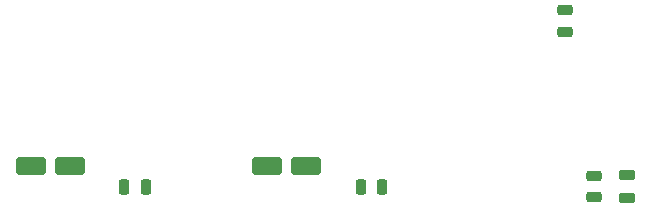
<source format=gbr>
%TF.GenerationSoftware,KiCad,Pcbnew,9.0.3*%
%TF.CreationDate,2025-08-21T10:37:57+02:00*%
%TF.ProjectId,RP2040_DSP,52503230-3430-45f4-9453-502e6b696361,V1.1*%
%TF.SameCoordinates,Original*%
%TF.FileFunction,Paste,Bot*%
%TF.FilePolarity,Positive*%
%FSLAX46Y46*%
G04 Gerber Fmt 4.6, Leading zero omitted, Abs format (unit mm)*
G04 Created by KiCad (PCBNEW 9.0.3) date 2025-08-21 10:37:57*
%MOMM*%
%LPD*%
G01*
G04 APERTURE LIST*
G04 Aperture macros list*
%AMRoundRect*
0 Rectangle with rounded corners*
0 $1 Rounding radius*
0 $2 $3 $4 $5 $6 $7 $8 $9 X,Y pos of 4 corners*
0 Add a 4 corners polygon primitive as box body*
4,1,4,$2,$3,$4,$5,$6,$7,$8,$9,$2,$3,0*
0 Add four circle primitives for the rounded corners*
1,1,$1+$1,$2,$3*
1,1,$1+$1,$4,$5*
1,1,$1+$1,$6,$7*
1,1,$1+$1,$8,$9*
0 Add four rect primitives between the rounded corners*
20,1,$1+$1,$2,$3,$4,$5,0*
20,1,$1+$1,$4,$5,$6,$7,0*
20,1,$1+$1,$6,$7,$8,$9,0*
20,1,$1+$1,$8,$9,$2,$3,0*%
G04 Aperture macros list end*
%ADD10RoundRect,0.234375X-1.040625X-0.515625X1.040625X-0.515625X1.040625X0.515625X-1.040625X0.515625X0*%
%ADD11RoundRect,0.225609X-0.236891X-0.424391X0.236891X-0.424391X0.236891X0.424391X-0.236891X0.424391X0*%
%ADD12RoundRect,0.225609X-0.424391X0.236891X-0.424391X-0.236891X0.424391X-0.236891X0.424391X0.236891X0*%
%ADD13RoundRect,0.225609X0.424391X-0.236891X0.424391X0.236891X-0.424391X0.236891X-0.424391X-0.236891X0*%
%ADD14RoundRect,0.225000X0.450000X-0.225000X0.450000X0.225000X-0.450000X0.225000X-0.450000X-0.225000X0*%
G04 APERTURE END LIST*
D10*
%TO.C,C32*%
X117725000Y-45200000D03*
X121075000Y-45200000D03*
%TD*%
D11*
%TO.C,R16*%
X125687500Y-47000000D03*
X127512500Y-47000000D03*
%TD*%
D12*
%TO.C,R18*%
X142960000Y-32022500D03*
X142960000Y-33847500D03*
%TD*%
D13*
%TO.C,R15*%
X145460000Y-47847500D03*
X145460000Y-46022500D03*
%TD*%
D10*
%TO.C,C33*%
X97725000Y-45200000D03*
X101075000Y-45200000D03*
%TD*%
D11*
%TO.C,R17*%
X105675000Y-47000000D03*
X107500000Y-47000000D03*
%TD*%
D14*
%TO.C,C31*%
X148210000Y-47885000D03*
X148210000Y-45985000D03*
%TD*%
M02*

</source>
